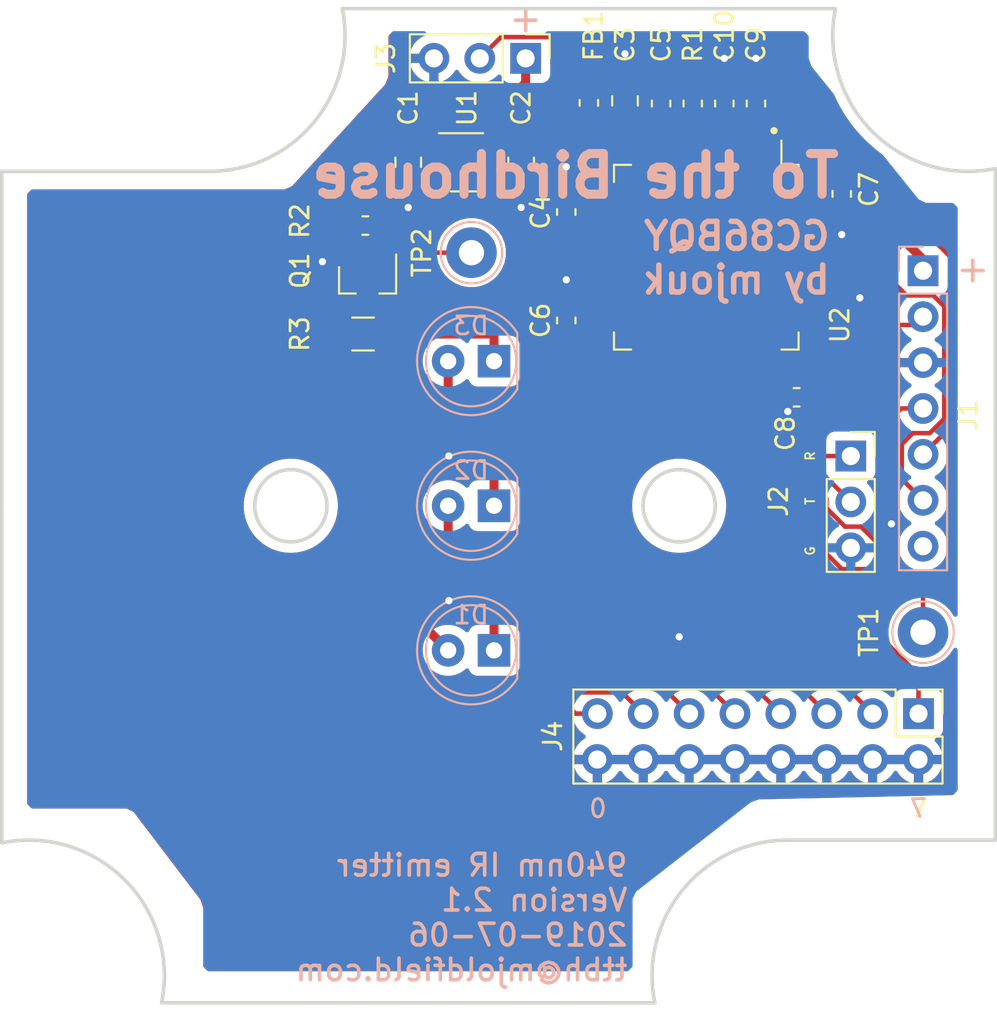
<source format=kicad_pcb>
(kicad_pcb (version 20211014) (generator pcbnew)
  (layers (0 "F.Cu" signal) (31 "B.Cu" signal) (34 "B.Paste" user) (35 "F.Paste" user) (36 "B.SilkS" user "B.Silkscreen") (37 "F.SilkS" user "F.Silkscreen") (38 "B.Mask" user) (39 "F.Mask" user) (44 "Edge.Cuts" user))
  (net 0 "")
  (net 1 "GND")
  (net 2 "VDD")
  (net 3 "VDDA")
  (net 4 "NRST")
  (net 5 "VCC")
  (net 6 "Net-(D1-Pad1)")
  (net 7 "Net-(D2-Pad1)")
  (net 8 "Net-(D3-Pad1)")
  (net 9 "Net-(J1-Pad7)")
  (net 10 "TRACESWO")
  (net 11 "SWDIO")
  (net 12 "SWCLK")
  (net 13 "USART1_RX")
  (net 14 "USART1_TX")
  (net 15 "Net-(J3-Pad2)")
  (net 16 "Net-(Q1-Pad3)")
  (net 17 "Net-(Q1-Pad1)")
  (net 18 "BAT_SENSE")
  (net 19 "LED_DRIVE")
  (net 20 "Net-(U1-Pad4)")
  (net 21 "Net-(U1-Pad3)")
  (net 22 "Net-(U2-Pad62)")
  (net 23 "Net-(U2-Pad61)")
  (net 24 "Net-(U2-Pad60)")
  (net 25 "Net-(U2-Pad59)")
  (net 26 "Net-(U2-Pad58)")
  (net 27 "Net-(U2-Pad57)")
  (net 28 "Net-(U2-Pad56)")
  (net 29 "Net-(U2-Pad54)")
  (net 30 "Net-(U2-Pad53)")
  (net 31 "Net-(U2-Pad52)")
  (net 32 "Net-(U2-Pad51)")
  (net 33 "Net-(U2-Pad50)")
  (net 34 "Net-(U2-Pad45)")
  (net 35 "Net-(U2-Pad44)")
  (net 36 "Net-(U2-Pad26)")
  (net 37 "Net-(U2-Pad25)")
  (net 38 "Net-(U2-Pad24)")
  (net 39 "Net-(U2-Pad23)")
  (net 40 "Net-(U2-Pad22)")
  (net 41 "Net-(U2-Pad21)")
  (net 42 "Net-(U2-Pad20)")
  (net 43 "Net-(U2-Pad17)")
  (net 44 "Net-(U2-Pad15)")
  (net 45 "Net-(U2-Pad14)")
  (net 46 "Net-(U2-Pad11)")
  (net 47 "Net-(U2-Pad10)")
  (net 48 "Net-(U2-Pad9)")
  (net 49 "Net-(U2-Pad6)")
  (net 50 "Net-(U2-Pad5)")
  (net 51 "Net-(U2-Pad2)")
  (net 52 "C7")
  (net 53 "C6")
  (net 54 "C5")
  (net 55 "C4")
  (net 56 "Net-(U2-Pad29)")
  (net 57 "Net-(U2-Pad28)")
  (net 58 "Net-(U2-Pad27)")
  (net 59 "CARRIER")
  (net 60 "Net-(U2-Pad30)")
  (net 61 "Net-(U2-Pad4)")
  (net 62 "Net-(U2-Pad3)")
  (net 63 "C0")
  (net 64 "C1")
  (net 65 "C2")
  (net 66 "C3")
  (footprint "Connector_PinHeader_2.54mm:PinHeader_2x08_P2.54mm_Vertical" (layer "F.Cu") (at 110.25 81.5 -90)
    (fp_text reference "J4")
    (fp_text value "CONFIG" hide)
  )
  (footprint "Resistor_SMD:R_1206_3216Metric" (layer "F.Cu") (at 79.5 60.5 180)
    (fp_text reference "R3")
    (fp_text value "15Ω")
  )
  (footprint "Capacitor_SMD:C_0805_2012Metric" (layer "F.Cu") (at 88.25 51 -90)
    (fp_text reference "C2")
    (fp_text value "10uF")
  )
  (footprint "Capacitor_SMD:C_0805_2012Metric" (layer "F.Cu") (at 82 51 -90)
    (fp_text reference "C1")
    (fp_text value "1uF")
  )
  (footprint "Package_TO_SOT_SMD:SOT-23" (layer "F.Cu") (at 79.75 57.5 -90)
    (fp_text reference "Q1")
    (fp_text value "Si2302")
  )
  (footprint "Resistor_SMD:R_0603_1608Metric" (layer "F.Cu") (at 79.625 54.5)
    (fp_text reference "R2")
    (fp_text value "1k")
  )
  (footprint "Package_TO_SOT_SMD:SOT-23-5" (layer "F.Cu") (at 85.25 51)
    (fp_text reference "U1")
    (fp_text value "TPS70933")
  )
  (footprint "Inductor_SMD:L_0603_1608Metric" (layer "F.Cu") (at 92 47.7125 90)
    (fp_text reference "FB1")
    (fp_text value "FB")
  )
  (footprint "Capacitor_SMD:C_0603_1608Metric" (layer "F.Cu") (at 96 47.75 90)
    (fp_text reference "C5")
    (fp_text value "100nF")
  )
  (footprint "Package_QFP:LQFP-64_10x10mm_P0.5mm" (layer "F.Cu") (at 98.5 56.25 -90)
    (fp_text reference "U2")
    (fp_text value "STM32L431RCTx")
  )
  (footprint "Resistor_SMD:R_0603_1608Metric" (layer "F.Cu") (at 97.75 47.75 -90)
    (fp_text reference "R1")
    (fp_text value "1k")
  )
  (footprint "Connector_PinHeader_2.54mm:PinHeader_1x03_P2.54mm_Vertical" (layer "F.Cu") (at 88.5 45.25 -90)
    (fp_text reference "J3")
    (fp_text value "BATTERY" hide)
  )
  (footprint "Capacitor_SMD:C_0603_1608Metric" (layer "F.Cu") (at 99.5 47.75 90)
    (fp_text reference "C10")
    (fp_text value "100nF")
  )
  (footprint "Capacitor_SMD:C_0603_1608Metric" (layer "F.Cu") (at 90.75 59.75 90)
    (fp_text reference "C6")
    (fp_text value "100nF")
  )
  (footprint "Capacitor_SMD:C_0603_1608Metric" (layer "F.Cu") (at 106 52.75 -90)
    (fp_text reference "C7")
    (fp_text value "100nF")
  )
  (footprint "Capacitor_SMD:C_0603_1608Metric" (layer "F.Cu") (at 103.5 64 180)
    (fp_text reference "C8")
    (fp_text value "100nF")
  )
  (footprint "Capacitor_SMD:C_0603_1608Metric" (layer "F.Cu") (at 90.75 53.75 90)
    (fp_text reference "C4")
    (fp_text value "100nF")
  )
  (footprint "Capacitor_SMD:C_0603_1608Metric" (layer "F.Cu") (at 101.25 47.75 90)
    (fp_text reference "C9")
    (fp_text value "100nF")
  )
  (footprint "Connector_PinSocket_2.54mm:PinSocket_1x03_P2.54mm_Vertical" (layer "F.Cu") (at 106.5 67.25)
    (fp_text reference "J2")
    (fp_text value "Conn_01x03" hide)
  )
  (footprint "Capacitor_SMD:C_0805_2012Metric" (layer "F.Cu") (at 94 47.6 90)
    (fp_text reference "C3")
    (fp_text value "1uF")
  )
  (footprint "LED_THT:LED_D5.0mm_IRBlack" (layer "B.Cu") (at 86.75 70 180)
    (fp_text reference "D2")
    (fp_text value "TSAL6200")
  )
  (footprint "LED_THT:LED_D5.0mm_IRBlack" (layer "B.Cu") (at 86.75 78 180)
    (fp_text reference "D1")
    (fp_text value "TSAL6200")
  )
  (footprint "TestPoint:TestPoint_Loop_D2.60mm_Drill1.4mm_Beaded" (layer "B.Cu") (at 85.5 56)
    (fp_text reference "TP2")
    (fp_text value "TestPoint" hide)
  )
  (footprint "Connector_PinSocket_2.54mm:PinSocket_1x07_P2.54mm_Vertical" (layer "B.Cu") (at 110.5 57 180)
    (fp_text reference "J1")
    (fp_text value "Conn_01x07_Female" hide)
  )
  (footprint "TestPoint:TestPoint_Loop_D2.60mm_Drill1.4mm_Beaded" (layer "B.Cu") (at 110.5 77 90)
    (fp_text reference "TP1")
    (fp_text value "TestPoint")
  )
  (footprint "LED_THT:LED_D5.0mm_IRBlack" (layer "B.Cu") (at 86.75 62 180)
    (fp_text reference "D3")
    (fp_text value "TSAL6200")
  )
  (gr_circle (center 102.25 49.25) (end 102.25 49.15) (layer "F.SilkS") (width 0.2) (fill none))
  (gr_curve (pts (xy 101.500324 88.651713) (xy 101.993507 88.551171) (xy 102.496568 88.500019) (xy 102.999629 88.500019)) (layer "Edge.Cuts") (width 0.2))
  (gr_line (start 73.5 70) (end 73.5 70) (layer "Edge.Cuts") (width 0.2))
  (gr_curve (pts (xy 72.500933 51.349697) (xy 72.007396 51.450239) (xy 71.504688 51.501039) (xy 71.001627 51.501039)) (layer "Edge.Cuts") (width 0.2))
  (gr_curve (pts (xy 73.5 70) (xy 73.5 68.894747) (xy 74.395702 68.000455) (xy 75.499544 68.000455)) (layer "Edge.Cuts") (width 0.2))
  (gr_line (start 59.500367 51.499628) (end 59.500367 70) (layer "Edge.Cuts") (width 0.2))
  (gr_line (start 103.00104 88.500019) (end 114.500537 88.500019) (layer "Edge.Cuts") (width 0.2))
  (gr_curve (pts (xy 59.500367 88.651713) (xy 63.558722 87.823391) (xy 67.520769 90.441707) (xy 68.348738 94.500063)) (layer "Edge.Cuts") (width 0.2))
  (gr_curve (pts (xy 68.348738 94.500063) (xy 68.551232 95.489605) (xy 68.551232 96.509132) (xy 68.348738 97.500085)) (layer "Edge.Cuts") (width 0.2))
  (gr_curve (pts (xy 105.652165 45.499936) (xy 105.449671 44.510395) (xy 105.449671 43.490514) (xy 105.652165 42.499914)) (layer "Edge.Cuts") (width 0.2))
  (gr_curve (pts (xy 95.000041 70) (xy 95.000041 68.894747) (xy 95.895743 68.000455) (xy 96.999585 68.000455)) (layer "Edge.Cuts") (width 0.2))
  (gr_curve (pts (xy 77.499088 70) (xy 77.499088 71.105252) (xy 76.603386 71.999544) (xy 75.499544 71.999544)) (layer "Edge.Cuts") (width 0.2))
  (gr_curve (pts (xy 96.999585 71.999544) (xy 95.894332 71.999544) (xy 95.000041 71.103841) (xy 95.000041 70)) (layer "Edge.Cuts") (width 0.2))
  (gr_line (start 105.650754 42.499914) (end 78.350694 42.499914) (layer "Edge.Cuts") (width 0.2))
  (gr_curve (pts (xy 114.500537 51.348286) (xy 110.442535 52.176256) (xy 106.480488 49.557939) (xy 105.652165 45.499936)) (layer "Edge.Cuts") (width 0.2))
  (gr_line (start 114.500537 88.500019) (end 114.500537 70) (layer "Edge.Cuts") (width 0.2))
  (gr_curve (pts (xy 75.499544 68.000455) (xy 76.604797 68.000455) (xy 77.499088 68.896158) (xy 77.499088 70)) (layer "Edge.Cuts") (width 0.2))
  (gr_curve (pts (xy 98.999129 70) (xy 98.999129 71.105252) (xy 98.103427 71.999544) (xy 96.999585 71.999544)) (layer "Edge.Cuts") (width 0.2))
  (gr_curve (pts (xy 96.999585 68.000455) (xy 98.104838 68.000455) (xy 98.999129 68.896158) (xy 98.999129 70)) (layer "Edge.Cuts") (width 0.2))
  (gr_line (start 59.500367 70) (end 59.500367 88.650302) (layer "Edge.Cuts") (width 0.2))
  (gr_line (start 114.500537 70) (end 114.500537 51.349697) (layer "Edge.Cuts") (width 0.2))
  (gr_curve (pts (xy 95.651974 97.500085) (xy 94.823652 93.44173) (xy 97.441968 89.479682) (xy 101.500324 88.651713)) (layer "Edge.Cuts") (width 0.2))
  (gr_curve (pts (xy 78.349283 42.501326) (xy 79.177605 46.559328) (xy 76.559288 50.521375) (xy 72.500933 51.349697)) (layer "Edge.Cuts") (width 0.2))
  (gr_curve (pts (xy 75.499544 71.999544) (xy 74.394291 71.999544) (xy 73.5 71.103841) (xy 73.5 70)) (layer "Edge.Cuts") (width 0.2))
  (gr_line (start 95.000041 70) (end 95.000041 70) (layer "Edge.Cuts") (width 0.2))
  (gr_line (start 71.000215 51.499628) (end 59.500367 51.499628) (layer "Edge.Cuts") (width 0.2))
  (gr_line (start 68.35015 97.500085) (end 95.650563 97.500085) (layer "Edge.Cuts") (width 0.2))
  (gr_text "+\n" (at 113.25 57.1 180) (layer "B.SilkS") (effects (font (size 1.5 1.5) (thickness 0.2))))
  (gr_text "+\n" (at 88.5 43.25 180) (layer "B.SilkS") (effects (font (size 1.5 1.5) (thickness 0.2))))
  (gr_text "0" (at 92.5 86.75) (layer "B.SilkS") (effects (font (size 1 1)) (justify mirror)))
  (gr_text "7\n" (at 110.25 86.75) (layer "B.SilkS") (effects (font (size 1 1)) (justify mirror)))
  (gr_text "GC86BQY \nby mjouk\n\n" (at 105.5 57.5) (layer "B.SilkS") (effects (font (size 1.5 1.5) (thickness 0.3)) (justify left mirror)))
  (gr_text "940nm IR emitter\nVersion 2.1  \n2019-07-06\nttbh@mjoldfield.com\n\n" (at 94.25 93.75) (layer "B.SilkS") (effects (font (size 1.2 1.2) (thickness 0.2)) (justify left mirror)))
  (gr_text "To the Birdhouse" (at 91.25 51.75) (layer "B.SilkS") (effects (font (size 2.25 2.25) (thickness 0.5)) (justify mirror)))
  (gr_text "+\n" (at 113.25 57.1 180) (layer "F.SilkS") (effects (font (size 1.5 1.5) (thickness 0.2))))
  (gr_text "+\n" (at 88.5 43.25 180) (layer "F.SilkS") (effects (font (size 1.5 1.5) (thickness 0.2))))
  (gr_text "0" (at 92.5 86.75) (layer "F.SilkS") (effects (font (size 1 1))))
  (gr_text "7\n" (at 110.25 86.75) (layer "F.SilkS") (effects (font (size 1 1))))
  (gr_text "G" (at 104.25 72.5 90) (layer "F.SilkS") (effects (font (size 0.5 0.5) (thickness 0.1))))
  (gr_text "T" (at 104.25 69.75 90) (layer "F.SilkS") (effects (font (size 0.5 0.5) (thickness 0.1))))
  (gr_text "R" (at 104.25 67.25 90) (layer "F.SilkS") (effects (font (size 0.5 0.5) (thickness 0.1))))
  (segment (start 96.75 50.575) (end 96.75 49.19551) (width 0.25) (layer "F.Cu") (net 1))
  (segment (start 96.80001 49.1455) (end 96.80001 47.67501) (width 0.25) (layer "F.Cu") (net 1))
  (segment (start 96.75 49.19551) (end 96.80001 49.1455) (width 0.25) (layer "F.Cu") (net 1))
  (segment (start 96.80001 47.67501) (end 96 46.875) (width 0.25) (layer "F.Cu") (net 1))
  (segment (start 101.75 61.925) (end 101.75 63.125) (width 0.25) (layer "F.Cu") (net 1))
  (segment (start 101.75 63.125) (end 102.625 64) (width 0.25) (layer "F.Cu") (net 1))
  (segment (start 90.75 58.875) (end 91.375 59.5) (width 0.25) (layer "F.Cu") (net 1))
  (segment (start 90.875 53) (end 92.825 53) (width 0.25) (layer "F.Cu") (net 1))
  (segment (start 105.375 53) (end 106 53.625) (width 0.25) (layer "F.Cu") (net 1))
  (segment (start 91.375 59.5) (end 92.825 59.5) (width 0.25) (layer "F.Cu") (net 1))
  (segment (start 104.175 53) (end 105.375 53) (width 0.25) (layer "F.Cu") (net 1))
  (segment (start 90.75 52.875) (end 90.875 53) (width 0.25) (layer "F.Cu") (net 1))
  (segment (start 95.85 46.725) (end 96 46.875) (width 0.5) (layer "F.Cu") (net 1))
  (segment (start 103.124072 64.499072) (end 103.124072 64.673613) (width 0.5) (layer "F.Cu") (net 1))
  (segment (start 94 46.725) (end 94 45) (width 0.5) (layer "F.Cu") (net 1))
  (segment (start 103.124072 64.673613) (end 103.011823 64.785862) (width 0.5) (layer "F.Cu") (net 1))
  (segment (start 90.75 58.875) (end 90.75 57.5) (width 0.5) (layer "F.Cu") (net 1))
  (segment (start 82 52.025) (end 83.025 51) (width 0.5) (layer "F.Cu") (net 1))
  (segment (start 94 46.575) (end 95.7 46.575) (width 0.5) (layer "F.Cu") (net 1))
  (segment (start 106 53.625) (end 106 55) (width 0.5) (layer "F.Cu") (net 1))
  (segment (start 90.75 52.875) (end 90.75 51.25) (width 0.5) (layer "F.Cu") (net 1))
  (segment (start 99.5 46.875) (end 99.5 45.25) (width 0.5) (layer "F.Cu") (net 1))
  (segment (start 82 52.025) (end 82 53.5) (width 0.5) (layer "F.Cu") (net 1))
  (segment (start 101.25 46.875) (end 101.25 45.25) (width 0.5) (layer "F.Cu") (net 1))
  (segment (start 78.8 56.5) (end 77.25 56.5) (width 0.5) (layer "F.Cu") (net 1))
  (segment (start 102.625 64) (end 103.124072 64.499072) (width 0.5) (layer "F.Cu") (net 1))
  (segment (start 83.025 51) (end 84.15 51) (width 0.5) (layer "F.Cu") (net 1))
  (segment (start 95.7 46.575) (end 96 46.875) (width 0.5) (layer "F.Cu") (net 1))
  (segment (start 88.25 52.025) (end 88.25 53.5) (width 0.5) (layer "F.Cu") (net 1))
  (via (at 99.5 45.25) (size 0.8) (drill 0.4) (layers "F.Cu" "B.Cu") (net 1))
  (via (at 94 45) (size 0.8) (drill 0.4) (layers "F.Cu" "B.Cu") (net 1))
  (via (at 97 77.25) (size 0.8) (drill 0.4) (layers "F.Cu" "B.Cu") (net 1))
  (via (at 90.75 57.5) (size 0.8) (drill 0.4) (layers "F.Cu" "B.Cu") (net 1))
  (via (at 88.25 53.5) (size 0.8) (drill 0.4) (layers "F.Cu" "B.Cu") (net 1))
  (via (at 101.25 45.25) (size 0.8) (drill 0.4) (layers "F.Cu" "B.Cu") (net 1))
  (via (at 82 53.5) (size 0.8) (drill 0.4) (layers "F.Cu" "B.Cu") (net 1))
  (via (at 107 58.5) (size 0.8) (drill 0.4) (layers "F.Cu" "B.Cu") (net 1))
  (via (at 77.25 56.5) (size 0.8) (drill 0.4) (layers "F.Cu" "B.Cu") (net 1))
  (via (at 103.011823 64.785862) (size 0.8) (drill 0.4) (layers "F.Cu" "B.Cu") (net 1))
  (via (at 108.75 71) (size 0.8) (drill 0.4) (layers "F.Cu" "B.Cu") (net 1))
  (via (at 90.75 51.25) (size 0.8) (drill 0.4) (layers "F.Cu" "B.Cu") (net 1))
  (via (at 84.25 75.25) (size 0.8) (drill 0.4) (layers "F.Cu" "B.Cu") (net 1))
  (via (at 84.25 67.25) (size 0.8) (drill 0.4) (layers "F.Cu" "B.Cu") (net 1))
  (via (at 106 55) (size 0.8) (drill 0.4) (layers "F.Cu" "B.Cu") (net 1))
  (segment (start 102.25 50.575) (end 102.25 49.625) (width 0.25) (layer "F.Cu") (net 2))
  (segment (start 102.25 49.625) (end 101.25 48.625) (width 0.25) (layer "F.Cu") (net 2))
  (segment (start 103.75 50.75) (end 103.75 49.75) (width 0.5) (layer "F.Cu") (net 2))
  (segment (start 103.75 50.75) (end 104.875 50.75) (width 0.5) (layer "F.Cu") (net 2))
  (segment (start 91.375 60) (end 90.75 60.625) (width 0.25) (layer "F.Cu") (net 2))
  (segment (start 104.875 50.75) (end 106 51.875) (width 0.5) (layer "F.Cu") (net 2))
  (segment (start 100.25 54.25) (end 103.75 50.75) (width 0.5) (layer "F.Cu") (net 2))
  (segment (start 92.825 60) (end 91.375 60) (width 0.25) (layer "F.Cu") (net 2))
  (segment (start 103.75 49.75) (end 102.625 48.625) (width 0.5) (layer "F.Cu") (net 2))
  (segment (start 110.5 56.375) (end 110.5 57) (width 0.5) (layer "F.Cu") (net 2))
  (segment (start 106 51.875) (end 110.5 56.375) (width 0.5) (layer "F.Cu") (net 2))
  (segment (start 104.175 52.5) (end 105.375 52.5) (width 0.25) (layer "F.Cu") (net 2))
  (segment (start 105.375 52.5) (end 106 51.875) (width 0.25) (layer "F.Cu") (net 2))
  (segment (start 91.875 53.5) (end 92.825 53.5) (width 0.25) (layer "F.Cu") (net 2))
  (segment (start 90.75 54.625) (end 91.875 53.5) (width 0.25) (layer "F.Cu") (net 2))
  (segment (start 102.625 48.625) (end 101.25 48.625) (width 0.5) (layer "F.Cu") (net 2))
  (segment (start 99.5 56.842478) (end 104.375 61.717478) (width 0.5) (layer "F.Cu") (net 2))
  (segment (start 102.25 61.925) (end 104.325 64) (width 0.25) (layer "F.Cu") (net 2))
  (segment (start 99.5 54.25) (end 99.5 56.842478) (width 0.5) (layer "F.Cu") (net 2))
  (segment (start 104.375 61.717478) (end 104.375 64) (width 0.5) (layer "F.Cu") (net 2))
  (segment (start 99.5 54.25) (end 100.25 54.25) (width 0.5) (layer "F.Cu") (net 2))
  (segment (start 104.325 64) (end 104.375 64) (width 0.25) (layer "F.Cu") (net 2))
  (segment (start 88.25 49.975) (end 89.725 49.975) (width 0.5) (layer "F.Cu") (net 2))
  (segment (start 89.725 48.275) (end 91.075 46.925) (width 0.5) (layer "F.Cu") (net 2))
  (segment (start 91.158002 50.399998) (end 92.558014 51.80001) (width 0.5) (layer "F.Cu") (net 2))
  (segment (start 90.341998 50.399998) (end 90.600002 50.399998) (width 0.5) (layer "F.Cu") (net 2))
  (segment (start 89.725 49.975) (end 89.725 48.275) (width 0.5) (layer "F.Cu") (net 2))
  (segment (start 91.425 46.925) (end 92 46.925) (width 0.5) (layer "F.Cu") (net 2))
  (segment (start 89.7625 50.979496) (end 89.7625 53.6375) (width 0.5) (layer "F.Cu") (net 2))
  (segment (start 88.175 50.05) (end 88.25 49.975) (width 0.5) (layer "F.Cu") (net 2))
  (segment (start 89.7625 53.6375) (end 90.75 54.625) (width 0.5) (layer "F.Cu") (net 2))
  (segment (start 89.725 49.975) (end 90.175004 49.975) (width 0.5) (layer "F.Cu") (net 2))
  (segment (start 90.175004 49.975) (end 90.600002 50.399998) (width 0.5) (layer "F.Cu") (net 2))
  (segment (start 86.35 50.05) (end 88.175 50.05) (width 0.5) (layer "F.Cu") (net 2))
  (segment (start 89.7625 50.979496) (end 90.341998 50.399998) (width 0.5) (layer "F.Cu") (net 2))
  (segment (start 89.7625 53.6375) (end 89.7625 59.6375) (width 0.5) (layer "F.Cu") (net 2))
  (segment (start 91.075 46.925) (end 92 46.925) (width 0.5) (layer "F.Cu") (net 2))
  (segment (start 92.558014 51.80001) (end 97.05001 51.80001) (width 0.5) (layer "F.Cu") (net 2))
  (segment (start 97.05001 51.80001) (end 99.5 54.25) (width 0.5) (layer "F.Cu") (net 2))
  (segment (start 90.600002 50.399998) (end 91.158002 50.399998) (width 0.5) (layer "F.Cu") (net 2))
  (segment (start 89.7625 59.6375) (end 90.75 60.625) (width 0.5) (layer "F.Cu") (net 2))
  (segment (start 96.25 48.875) (end 96 48.625) (width 0.25) (layer "F.Cu") (net 3))
  (segment (start 96.25 50.575) (end 96.25 48.875) (width 0.25) (layer "F.Cu") (net 3))
  (segment (start 95.85 48.775) (end 96 48.625) (width 0.5) (layer "F.Cu") (net 3))
  (segment (start 93.725 48.5) (end 94 48.775) (width 0.5) (layer "F.Cu") (net 3))
  (segment (start 94 48.625) (end 96 48.625) (width 0.5) (layer "F.Cu") (net 3))
  (segment (start 92 48.5) (end 93.875 48.5) (width 0.5) (layer "F.Cu") (net 3))
  (segment (start 93.875 48.5) (end 94 48.625) (width 0.5) (layer "F.Cu") (net 3))
  (segment (start 99.25 50.575) (end 99.25 48.875) (width 0.25) (layer "F.Cu") (net 4))
  (segment (start 99.25 48.875) (end 99.5 48.625) (width 0.25) (layer "F.Cu") (net 4))
  (segment (start 99.5 48.625) (end 100.35001 47.77499) (width 0.25) (layer "F.Cu") (net 4))
  (segment (start 103.559992 47.77499) (end 112.125012 56.34001) (width 0.25) (layer "F.Cu") (net 4))
  (segment (start 111.349999 66.310001) (end 110.5 67.16) (width 0.25) (layer "F.Cu") (net 4))
  (segment (start 112.125012 65.534988) (end 111.349999 66.310001) (width 0.25) (layer "F.Cu") (net 4))
  (segment (start 112.125012 56.34001) (end 112.125012 65.534988) (width 0.25) (layer "F.Cu") (net 4))
  (segment (start 100.35001 47.77499) (end 103.559992 47.77499) (width 0.25) (layer "F.Cu") (net 4))
  (segment (start 81.765 50.21) (end 82 49.975) (width 0.5) (layer "F.Cu") (net 5))
  (segment (start 84.21 78) (end 82 75.79) (width 0.5) (layer "F.Cu") (net 5))
  (segment (start 87.25 47.85) (end 88.5 46.6) (width 0.5) (layer "F.Cu") (net 5))
  (segment (start 83.45 47.85) (end 87.25 47.85) (width 0.5) (layer "F.Cu") (net 5))
  (segment (start 81 62.5) (end 77.25 62.5) (width 0.5) (layer "F.Cu") (net 5))
  (segment (start 82 49.975) (end 84.075 49.975) (width 0.5) (layer "F.Cu") (net 5))
  (segment (start 88.5 46.6) (end 88.5 45.25) (width 0.5) (layer "F.Cu") (net 5))
  (segment (start 77.25 62.5) (end 76.399999 61.649999) (width 0.5) (layer "F.Cu") (net 5))
  (segment (start 82 63.5) (end 81 62.5) (width 0.5) (layer "F.Cu") (net 5))
  (segment (start 82 49.3) (end 83.45 47.85) (width 0.5) (layer "F.Cu") (net 5))
  (segment (start 76.399999 54.775001) (end 81.2 49.975) (width 0.5) (layer "F.Cu") (net 5))
  (segment (start 82 75.79) (end 82 63.5) (width 0.5) (layer "F.Cu") (net 5))
  (segment (start 84.075 49.975) (end 84.15 50.05) (width 0.5) (layer "F.Cu") (net 5))
  (segment (start 82 49.975) (end 82 49.3) (width 0.5) (layer "F.Cu") (net 5))
  (segment (start 81.2 49.975) (end 82 49.975) (width 0.5) (layer "F.Cu") (net 5))
  (segment (start 76.399999 61.649999) (end 76.399999 54.775001) (width 0.5) (layer "F.Cu") (net 5))
  (segment (start 84.21 70) (end 84.21 73.21) (width 0.5) (layer "F.Cu") (net 6))
  (segment (start 86.75 75.75) (end 86.75 78) (width 0.5) (layer "F.Cu") (net 6))
  (segment (start 84.21 73.21) (end 86.75 75.75) (width 0.5) (layer "F.Cu") (net 6))
  (segment (start 84.21 65.21) (end 86.75 67.75) (width 0.5) (layer "F.Cu") (net 7))
  (segment (start 86.75 67.75) (end 86.75 70) (width 0.5) (layer "F.Cu") (net 7))
  (segment (start 84.21 62) (end 84.21 65.21) (width 0.5) (layer "F.Cu") (net 7))
  (segment (start 86.75 60.6) (end 86.75 62) (width 0.5) (layer "F.Cu") (net 8))
  (segment (start 86.65 60.5) (end 86.75 60.6) (width 0.5) (layer "F.Cu") (net 8))
  (segment (start 80.9875 60.5) (end 86.65 60.5) (width 0.5) (layer "F.Cu") (net 8))
  (segment (start 108.214998 57) (end 109.579997 58.364999) (width 0.25) (layer "F.Cu") (net 10))
  (segment (start 110.874003 65.984999) (end 109.935999 65.984999) (width 0.25) (layer "F.Cu") (net 10))
  (segment (start 111.675001 58.975999) (end 111.675001 65.184001) (width 0.25) (layer "F.Cu") (net 10))
  (segment (start 109.935999 65.984999) (end 109.324999 66.595999) (width 0.25) (layer "F.Cu") (net 10))
  (segment (start 109.650001 68.850001) (end 110.5 69.7) (width 0.25) (layer "F.Cu") (net 10))
  (segment (start 104.175 57) (end 108.214998 57) (width 0.25) (layer "F.Cu") (net 10))
  (segment (start 109.579997 58.364999) (end 111.064001 58.364999) (width 0.25) (layer "F.Cu") (net 10))
  (segment (start 109.324999 68.524999) (end 109.650001 68.850001) (width 0.25) (layer "F.Cu") (net 10))
  (segment (start 109.324999 66.595999) (end 109.324999 68.524999) (width 0.25) (layer "F.Cu") (net 10))
  (segment (start 111.675001 65.184001) (end 110.874003 65.984999) (width 0.25) (layer "F.Cu") (net 10))
  (segment (start 111.064001 58.364999) (end 111.675001 58.975999) (width 0.25) (layer "F.Cu") (net 10))
  (segment (start 109.297919 64.62) (end 110.5 64.62) (width 0.25) (layer "F.Cu") (net 11))
  (segment (start 101.25 61.925) (end 101.25 64.469261) (width 0.25) (layer "F.Cu") (net 11))
  (segment (start 101.25 64.469261) (end 102.505741 65.725002) (width 0.25) (layer "F.Cu") (net 11))
  (segment (start 103.098002 65.725002) (end 104.022994 64.80001) (width 0.25) (layer "F.Cu") (net 11))
  (segment (start 109.117909 64.80001) (end 109.297919 64.62) (width 0.25) (layer "F.Cu") (net 11))
  (segment (start 104.022994 64.80001) (end 109.117909 64.80001) (width 0.25) (layer "F.Cu") (net 11))
  (segment (start 102.505741 65.725002) (end 103.098002 65.725002) (width 0.25) (layer "F.Cu") (net 11))
  (segment (start 104.175 60) (end 110.04 60) (width 0.25) (layer "F.Cu") (net 12))
  (segment (start 110.04 60) (end 110.5 59.54) (width 0.25) (layer "F.Cu") (net 12))
  (segment (start 103.394329 67.25) (end 106.5 67.25) (width 0.25) (layer "F.Cu") (net 13))
  (segment (start 99.75 61.925) (end 99.75 63.605671) (width 0.25) (layer "F.Cu") (net 13))
  (segment (start 99.75 63.605671) (end 103.394329 67.25) (width 0.25) (layer "F.Cu") (net 13))
  (segment (start 99.25 63.742081) (end 103.907886 68.399967) (width 0.25) (layer "F.Cu") (net 14))
  (segment (start 103.907886 68.399967) (end 105.109967 68.399967) (width 0.25) (layer "F.Cu") (net 14))
  (segment (start 99.25 61.925) (end 99.25 63.742081) (width 0.25) (layer "F.Cu") (net 14))
  (segment (start 105.109967 68.399967) (end 105.650001 68.940001) (width 0.25) (layer "F.Cu") (net 14))
  (segment (start 105.650001 68.940001) (end 106.5 69.79) (width 0.25) (layer "F.Cu") (net 14))
  (segment (start 94.949999 44.074999) (end 95.149998 44.274998) (width 0.25) (layer "F.Cu") (net 15))
  (segment (start 85.96 45.25) (end 87.135001 44.074999) (width 0.25) (layer "F.Cu") (net 15))
  (segment (start 87.135001 44.074999) (end 94.949999 44.074999) (width 0.25) (layer "F.Cu") (net 15))
  (segment (start 95.149998 44.274998) (end 97.75 46.875) (width 0.25) (layer "F.Cu") (net 15))
  (segment (start 78.0125 60.2375) (end 79.75 58.5) (width 0.5) (layer "F.Cu") (net 16))
  (segment (start 78.0125 60.5) (end 78.0125 60.2375) (width 0.5) (layer "F.Cu") (net 16))
  (segment (start 78.75 54.55) (end 80.7 56.5) (width 0.5) (layer "F.Cu") (net 17))
  (segment (start 78.75 54.5) (end 78.75 54.55) (width 0.5) (layer "F.Cu") (net 17))
  (segment (start 98.75 50.575) (end 98.75 49.625) (width 0.25) (layer "F.Cu") (net 18))
  (segment (start 98.75 49.625) (end 97.75 48.625) (width 0.25) (layer "F.Cu") (net 18))
  (segment (start 91.56249 47.68751) (end 92.481484 47.68751) (width 0.25) (layer "F.Cu") (net 19))
  (segment (start 85.25 52.290002) (end 85.25 51.75) (width 0.25) (layer "F.Cu") (net 19))
  (segment (start 92.80001 46.30001) (end 92.66249 46.16249) (width 0.25) (layer "F.Cu") (net 19))
  (segment (start 85.25 51.75) (end 85.25 51.57501) (width 0.25) (layer "F.Cu") (net 19))
  (segment (start 92.481484 47.68751) (end 92.80001 47.368984) (width 0.25) (layer "F.Cu") (net 19))
  (segment (start 92.80001 47.368984) (end 92.80001 46.30001) (width 0.25) (layer "F.Cu") (net 19))
  (segment (start 92.831006 50.575) (end 91.19999 48.943984) (width 0.25) (layer "F.Cu") (net 19))
  (segment (start 90.406512 46.16249) (end 87.169003 49.399999) (width 0.25) (layer "F.Cu") (net 19))
  (segment (start 91.19999 48.943984) (end 91.19999 48.05001) (width 0.25) (layer "F.Cu") (net 19))
  (segment (start 85.25 49.709998) (end 85.25 51.75) (width 0.25) (layer "F.Cu") (net 19))
  (segment (start 80.5 54.5) (end 83.040002 54.5) (width 0.25) (layer "F.Cu") (net 19))
  (segment (start 80.5 54.5) (end 82 56) (width 0.25) (layer "F.Cu") (net 19))
  (segment (start 83.040002 54.5) (end 85.25 52.290002) (width 0.25) (layer "F.Cu") (net 19))
  (segment (start 87.169003 49.399999) (end 85.559999 49.399999) (width 0.25) (layer "F.Cu") (net 19))
  (segment (start 92.66249 46.16249) (end 90.406512 46.16249) (width 0.25) (layer "F.Cu") (net 19))
  (segment (start 80.5 54.5) (end 81 54.5) (width 0.25) (layer "F.Cu") (net 19))
  (segment (start 94.75 50.575) (end 92.831006 50.575) (width 0.25) (layer "F.Cu") (net 19))
  (segment (start 80.375 54.25) (end 80.125 54.5) (width 0.25) (layer "F.Cu") (net 19))
  (segment (start 82 56) (end 85.5 56) (width 0.25) (layer "F.Cu") (net 19))
  (segment (start 91.19999 48.05001) (end 91.56249 47.68751) (width 0.25) (layer "F.Cu") (net 19))
  (segment (start 85.559999 49.399999) (end 85.25 49.709998) (width 0.25) (layer "F.Cu") (net 19))
  (segment (start 110.25 80.4) (end 110.25 81.5) (width 0.25) (layer "F.Cu") (net 52))
  (segment (start 107.641412 73.505001) (end 108.200011 74.0636) (width 0.25) (layer "F.Cu") (net 52))
  (segment (start 110.25 79.363589) (end 110.25 80.4) (width 0.25) (layer "F.Cu") (net 52))
  (segment (start 108.200011 77.3136) (end 110.25 79.363589) (width 0.25) (layer "F.Cu") (net 52))
  (segment (start 98.25 64.113589) (end 104.950011 70.8136) (width 0.25) (layer "F.Cu") (net 52))
  (segment (start 104.950011 70.8136) (end 104.950011 72.450011) (width 0.25) (layer "F.Cu") (net 52))
  (segment (start 108.200011 74.0636) (end 108.200011 77.3136) (width 0.25) (layer "F.Cu") (net 52))
  (segment (start 98.25 61.925) (end 98.25 64.113589) (width 0.25) (layer "F.Cu") (net 52))
  (segment (start 104.950011 72.450011) (end 106.005001 73.505001) (width 0.25) (layer "F.Cu") (net 52))
  (segment (start 106.005001 73.505001) (end 107.641412 73.505001) (width 0.25) (layer "F.Cu") (net 52))
  (segment (start 95.697757 65.5) (end 93 65.5) (width 0.25) (layer "F.Cu") (net 53))
  (segment (start 92.324945 78.074945) (end 104.284945 78.074945) (width 0.25) (layer "F.Cu") (net 53))
  (segment (start 91.75 66.75) (end 91.75 77.5) (width 0.25) (layer "F.Cu") (net 53))
  (segment (start 91.75 77.5) (end 92.324945 78.074945) (width 0.25) (layer "F.Cu") (net 53))
  (segment (start 97.75 63.447757) (end 95.697757 65.5) (width 0.25) (layer "F.Cu") (net 53))
  (segment (start 93 65.5) (end 91.75 66.75) (width 0.25) (layer "F.Cu") (net 53))
  (segment (start 104.284945 78.074945) (end 107.71 81.5) (width 0.25) (layer "F.Cu") (net 53))
  (segment (start 97.75 61.925) (end 97.75 63.447757) (width 0.25) (layer "F.Cu") (net 53))
  (segment (start 102.194955 78.524955) (end 92.138544 78.524955) (width 0.25) (layer "F.Cu") (net 54))
  (segment (start 91.299989 66.5636) (end 92.8136 65.049989) (width 0.25) (layer "F.Cu") (net 54))
  (segment (start 95.511358 65.049988) (end 97.25 63.311346) (width 0.25) (layer "F.Cu") (net 54))
  (segment (start 97.25 62.8) (end 97.25 61.925) (width 0.25) (layer "F.Cu") (net 54))
  (segment (start 105.17 81.5) (end 102.194955 78.524955) (width 0.25) (layer "F.Cu") (net 54))
  (segment (start 91.299989 77.6864) (end 91.299989 66.5636) (width 0.25) (layer "F.Cu") (net 54))
  (segment (start 92.8136 65.049989) (end 95.511358 65.049988) (width 0.25) (layer "F.Cu") (net 54))
  (segment (start 92.138544 78.524955) (end 91.299989 77.6864) (width 0.25) (layer "F.Cu") (net 54))
  (segment (start 97.25 63.311346) (end 97.25 62.8) (width 0.25) (layer "F.Cu") (net 54))
  (segment (start 102.63 81.5) (end 100.104966 78.974966) (width 0.25) (layer "F.Cu") (net 55))
  (segment (start 100.104966 78.974966) (end 91.952144 78.974966) (width 0.25) (layer "F.Cu") (net 55))
  (segment (start 95.324958 64.599977) (end 96.75 63.174935) (width 0.25) (layer "F.Cu") (net 55))
  (segment (start 92.627203 64.599977) (end 95.324958 64.599977) (width 0.25) (layer "F.Cu") (net 55))
  (segment (start 96.75 62.8) (end 96.75 61.925) (width 0.25) (layer "F.Cu") (net 55))
  (segment (start 90.849978 66.3772) (end 92.627203 64.599977) (width 0.25) (layer "F.Cu") (net 55))
  (segment (start 91.952144 78.974966) (end 90.849978 77.8728) (width 0.25) (layer "F.Cu") (net 55))
  (segment (start 90.849978 77.8728) (end 90.849978 66.3772) (width 0.25) (layer "F.Cu") (net 55))
  (segment (start 96.75 63.174935) (end 96.75 62.8) (width 0.25) (layer "F.Cu") (net 55))
  (segment (start 105.150022 69.6272) (end 105.150022 70.127199) (width 0.25) (layer "F.Cu") (net 59))
  (segment (start 103.6228 68.849978) (end 104.3728 68.849978) (width 0.25) (layer "F.Cu") (net 59))
  (segment (start 110.5 75.020102) (end 110.5 77) (width 0.25) (layer "F.Cu") (net 59))
  (segment (start 104.3728 68.849978) (end 105.150022 69.6272) (width 0.25) (layer "F.Cu") (net 59))
  (segment (start 98.75 63.977178) (end 103.6228 68.849978) (width 0.25) (layer "F.Cu") (net 59))
  (segment (start 105.150022 70.127199) (end 106.177821 71.154999) (width 0.25) (layer "F.Cu") (net 59))
  (segment (start 110.5 74.590998) (end 110.5 75.020102) (width 0.25) (layer "F.Cu") (net 59))
  (segment (start 106.177821 71.154999) (end 107.064001 71.154999) (width 0.25) (layer "F.Cu") (net 59))
  (segment (start 107.064001 71.154999) (end 110.5 74.590998) (width 0.25) (layer "F.Cu") (net 59))
  (segment (start 98.75 61.925) (end 98.75 63.977178) (width 0.25) (layer "F.Cu") (net 59))
  (segment (start 94.75 61.925) (end 92.756539 61.925) (width 0.25) (layer "F.Cu") (net 63))
  (segment (start 91.267919 81.5) (end 92.47 81.5) (width 0.25) (layer "F.Cu") (net 63))
  (segment (start 89.049936 79.282017) (end 91.267919 81.5) (width 0.25) (layer "F.Cu") (net 63))
  (segment (start 92.756539 61.925) (end 89.049936 65.631599) (width 0.25) (layer "F.Cu") (net 63))
  (segment (start 89.049936 65.631599) (end 89.049936 79.282017) (width 0.25) (layer "F.Cu") (net 63))
  (segment (start 92.068003 63.249944) (end 94.76576 63.249944) (width 0.25) (layer "F.Cu") (net 64))
  (segment (start 93.834999 80.324999) (end 91.392944 80.324999) (width 0.25) (layer "F.Cu") (net 64))
  (segment (start 95.01 81.5) (end 93.834999 80.324999) (width 0.25) (layer "F.Cu") (net 64))
  (segment (start 89.499947 65.817999) (end 92.068003 63.249944) (width 0.25) (layer "F.Cu") (net 64))
  (segment (start 91.392944 80.324999) (end 89.499947 78.432002) (width 0.25) (layer "F.Cu") (net 64))
  (segment (start 95.25 62.765704) (end 95.25 61.925) (width 0.25) (layer "F.Cu") (net 64))
  (segment (start 89.499947 78.432002) (end 89.499947 65.817999) (width 0.25) (layer "F.Cu") (net 64))
  (segment (start 94.76576 63.249944) (end 95.25 62.765704) (width 0.25) (layer "F.Cu") (net 64))
  (segment (start 89.949958 78.245602) (end 91.579344 79.874988) (width 0.25) (layer "F.Cu") (net 65))
  (segment (start 96.700001 80.650001) (end 97.55 81.5) (width 0.25) (layer "F.Cu") (net 65))
  (segment (start 91.579344 79.874988) (end 95.924988 79.874988) (width 0.25) (layer "F.Cu") (net 65))
  (segment (start 95.924988 79.874988) (end 96.700001 80.650001) (width 0.25) (layer "F.Cu") (net 65))
  (segment (start 95.75 62.902114) (end 94.952159 63.699955) (width 0.25) (layer "F.Cu") (net 65))
  (segment (start 92.254403 63.699955) (end 89.949958 66.0044) (width 0.25) (layer "F.Cu") (net 65))
  (segment (start 94.952159 63.699955) (end 92.254403 63.699955) (width 0.25) (layer "F.Cu") (net 65))
  (segment (start 89.949958 66.0044) (end 89.949958 78.245602) (width 0.25) (layer "F.Cu") (net 65))
  (segment (start 95.75 61.925) (end 95.75 62.902114) (width 0.25) (layer "F.Cu") (net 65))
  (segment (start 96.25 63.038524) (end 96.25 62.8) (width 0.25) (layer "F.Cu") (net 66))
  (segment (start 95.138558 64.149966) (end 96.25 63.038524) (width 0.25) (layer "F.Cu") (net 66))
  (segment (start 98.014977 79.424977) (end 91.765744 79.424977) (width 0.25) (layer "F.Cu") (net 66))
  (segment (start 100.09 81.5) (end 98.014977 79.424977) (width 0.25) (layer "F.Cu") (net 66))
  (segment (start 90.399967 78.0592) (end 90.399968 66.190799) (width 0.25) (layer "F.Cu") (net 66))
  (segment (start 96.25 62.8) (end 96.25 61.925) (width 0.25) (layer "F.Cu") (net 66))
  (segment (start 91.765744 79.424977) (end 90.399967 78.0592) (width 0.25) (layer "F.Cu") (net 66))
  (segment (start 90.399968 66.190799) (end 92.440803 64.149966) (width 0.25) (layer "F.Cu") (net 66))
  (segment (start 92.440803 64.149966) (end 95.138558 64.149966) (width 0.25) (layer "F.Cu") (net 66))
  (zone (net 1) (net_name "GND") (layer "F.Cu") (connect_pads (clearance 0.508)) (min_thickness 0.254) (fill yes (thermal_gap 0.508) (thermal_bridge_width 0.508) (smoothing chamfer) (radius 0.25))
    (polygon (pts (xy 70.65 95.75) (xy 94.4 95.75) (xy 94.4 91.5) (xy 101.15 86.25) (xy 112.4 86) (xy 112.4 53.25) (xy 110.4 53.25) (xy 104.15 45.5) (xy 104.15 43.75) (xy 80.9 43.75) (xy 80.9 46.5) (xy 75.4 52.5) (xy 60.9 52.5) (xy 60.9 86.75) (xy 64.15 86.75) (xy 66.65 86.75) (xy 70.65 92)))
  )
  (zone (net 1) (net_name "GND") (layer "B.Cu") (connect_pads (clearance 0.508)) (min_thickness 0.254) (fill yes (thermal_gap 0.508) (thermal_bridge_width 0.508) (smoothing chamfer) (radius 0.25))
    (polygon (pts (xy 70.670247 95.75) (xy 94.420247 95.75) (xy 94.420247 91.5) (xy 101.170247 86.25) (xy 112.420247 86) (xy 112.420247 53.25) (xy 110.420247 53.25) (xy 104.170247 45.5) (xy 104.170247 43.75) (xy 80.920247 43.75) (xy 80.920247 46.5) (xy 75.420247 52.5) (xy 60.920247 52.5) (xy 60.920247 86.75) (xy 64.170247 86.75) (xy 66.670247 86.75) (xy 70.670247 92)))
  )
)
</source>
